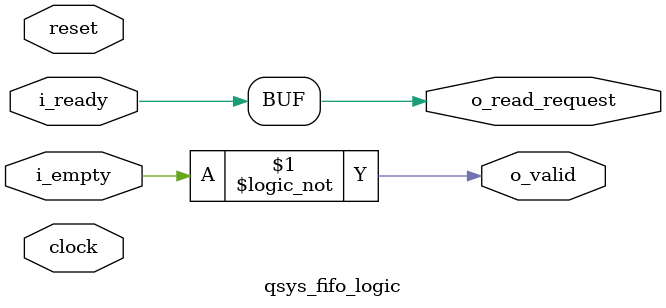
<source format=sv>
module qsys_fifo_logic #(
	// For input/output bits
	parameter DATA_WIDTH = 0
)(
	input clock,
	input reset,

	// FIFO contol signals
	input i_ready,
	input i_empty,
	output o_read_request,

	// FIFO output valid
	output o_valid
);

	// Output is always valid so long as FIFO is not empty
	assign o_valid = !i_empty;

	// Read when module is enabled
	assign o_read_request = i_ready;

endmodule
</source>
